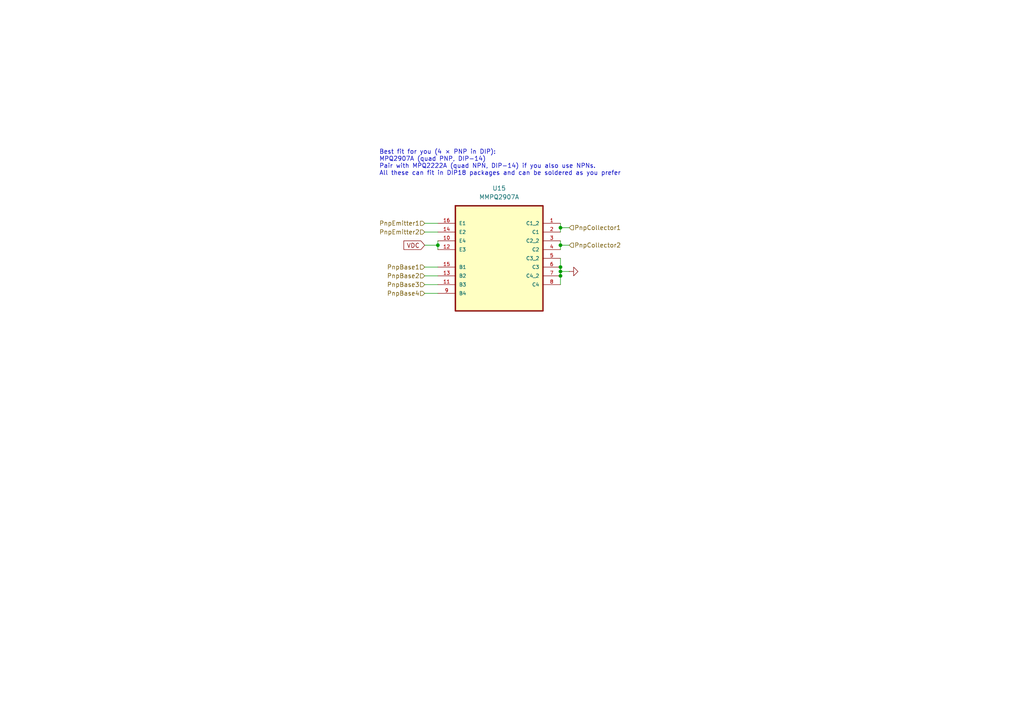
<source format=kicad_sch>
(kicad_sch (version 20250114) (generator "eeschema") (generator_version "9.0")
  (paper "A4")
  (lib_symbols
    (symbol "ktype:MMPQ2907A" (pin_names (offset 1.016))
      (property "Reference" "U16" (at 0 17.78 0))
      (property "Value" "MMPQ2907A" (at 0 15.24 0))
      (symbol "MMPQ2907A_0_0"
        (rectangle (start -12.7 -17.78) (end 12.7 12.7) (stroke (width 0.4064)) (fill (type background)))
        (pin passive line (at -17.78 7.62 0) (length 5.08) (name "E1") (number "16"))
        (pin passive line (at -17.78 5.08 0) (length 5.08) (name "E2") (number "14"))
        (pin passive line (at -17.78 2.54 0) (length 5.08) (name "E4") (number "10"))
        (pin passive line (at -17.78 0 0) (length 5.08) (name "E3") (number "12"))
        (pin passive line (at -17.78 -5.08 0) (length 5.08) (name "B1") (number "15"))
        (pin passive line (at -17.78 -7.62 0) (length 5.08) (name "B2") (number "13"))
        (pin passive line (at -17.78 -10.16 0) (length 5.08) (name "B3") (number "11"))
        (pin passive line (at -17.78 -12.7 0) (length 5.08) (name "B4") (number "9"))
        (pin passive line (at 17.78 7.62 180) (length 5.08) (name "C1_2") (number "1"))
        (pin passive line (at 17.78 5.08 180) (length 5.08) (name "C1") (number "2"))
        (pin passive line (at 17.78 2.54 180) (length 5.08) (name "C2_2") (number "3"))
        (pin passive line (at 17.78 0 180) (length 5.08) (name "C2") (number "4"))
        (pin passive line (at 17.78 -2.54 180) (length 5.08) (name "C3_2") (number "5"))
        (pin passive line (at 17.78 -5.08 180) (length 5.08) (name "C3") (number "6"))
        (pin passive line (at 17.78 -7.62 180) (length 5.08) (name "C4_2") (number "7"))
        (pin passive line (at 17.78 -10.16 180) (length 5.08) (name "C4") (number "8"))
      )
    )
    (symbol "power:GND" (power) (pin_numbers (hide yes)) (pin_names (offset 0) (hide yes))
      (property "Value" "GND" (at 0 -3.81 0))
      (symbol "GND_0_1"
        (polyline (pts (xy 0 0) (xy 0 -1.27) (xy 1.27 -1.27) (xy 0 -2.54) (xy -1.27 -1.27) (xy 0 -1.27)))
      )
      (symbol "GND_1_1"
        (pin power_in line (at 0 0 270) (length 0) (name "~") (number "1"))
      )
    )
  )
  (text "Best fit for you (4 × PNP in DIP):\nMPQ2907A (quad PNP, DIP-14)\nPair with MPQ2222A (quad NPN, DIP-14) if you also use NPNs.\nAll these can fit in DIP18 packages and can be soldered as you prefer\n" (at 109.982 47.244 0) (effects (font (size 1.27 1.27)) (justify left)))
  (junction (at 162.56 78.74))
  (junction (at 162.56 77.47))
  (junction (at 162.56 80.01))
  (junction (at 127 71.12))
  (junction (at 162.56 71.12))
  (junction (at 162.56 66.04))
  (wire (pts (xy 162.56 74.93) (xy 162.56 77.47)))
  (wire (pts (xy 162.56 78.74) (xy 162.56 80.01)))
  (wire (pts (xy 162.56 71.12) (xy 162.56 72.39)))
  (wire (pts (xy 123.19 82.55) (xy 127 82.55)))
  (wire (pts (xy 162.56 64.77) (xy 162.56 66.04)))
  (wire (pts (xy 162.56 71.12) (xy 165.1 71.12)))
  (wire (pts (xy 123.19 67.31) (xy 127 67.31)))
  (wire (pts (xy 162.56 77.47) (xy 162.56 78.74)))
  (wire (pts (xy 127 69.85) (xy 127 71.12)))
  (wire (pts (xy 162.56 66.04) (xy 162.56 67.31)))
  (wire (pts (xy 162.56 80.01) (xy 162.56 82.55)))
  (wire (pts (xy 162.56 66.04) (xy 165.1 66.04)))
  (wire (pts (xy 123.19 85.09) (xy 127 85.09)))
  (wire (pts (xy 123.19 64.77) (xy 127 64.77)))
  (wire (pts (xy 162.56 69.85) (xy 162.56 71.12)))
  (wire (pts (xy 123.19 71.12) (xy 127 71.12)))
  (wire (pts (xy 162.56 78.74) (xy 165.1 78.74)))
  (wire (pts (xy 123.19 77.47) (xy 127 77.47)))
  (wire (pts (xy 123.19 80.01) (xy 127 80.01)))
  (wire (pts (xy 127 71.12) (xy 127 72.39)))
  (global_label "VDC" (shape input) (at 123.19 71.12 180) (property "Intersheetrefs" "${INTERSHEET_REFS}" (effects (hide yes))))
  (hierarchical_label "PnpBase4" (shape input) (at 123.19 85.09 180))
  (hierarchical_label "PnpBase3" (shape input) (at 123.19 82.55 180))
  (hierarchical_label "PnpEmitter1" (shape input) (at 123.19 64.77 180))
  (hierarchical_label "PnpEmitter2" (shape input) (at 123.19 67.31 180))
  (hierarchical_label "PnpBase1" (shape input) (at 123.19 77.47 180))
  (hierarchical_label "PnpCollector1" (shape input) (at 165.1 66.04 0))
  (hierarchical_label "PnpCollector2" (shape input) (at 165.1 71.12 0))
  (hierarchical_label "PnpBase2" (shape input) (at 123.19 80.01 180))
  (symbol (lib_id "ktype:MMPQ2907A") (at 144.78 72.39 0) (unit 1)
    (property "Reference" "U15" (at 144.78 54.61 0))
    (property "Value" "MMPQ2907A" (at 144.78 57.15 0))
    (property "Footprint" "termocuplu:SOIC127P600X175-16N" (effects (hide yes)))
    (property "MF" "ON Semiconductor" (effects (hide yes)))
    (property "Description_1" "Bipolar (BJT) Transistor Array 4 NPN (Quad) 40V 500mA 300MHz 1W Surface Mount 16-SOIC" (effects (hide yes)))
    (property "PACKAGE" "SOIC-16" (effects (hide yes)))
    (property "MPN" "MMPQ2222A" (effects (hide yes)))
    (property "Price" "None" (effects (hide yes)))
    (property "Package" "SOIC-16 ON Semiconductor" (effects (hide yes)))
    (property "OC_FARNELL" "2101390" (effects (hide yes)))
    (property "SnapEDA_Link" "https://www.snapeda.com/parts/MMPQ2222A/Onsemi/view-part/?ref=snap" (effects (hide yes)))
    (property "MP" "MMPQ2222A" (effects (hide yes)))
    (property "SUPPLIER" "FAIRCHILD SEMICONDUCTOR" (effects (hide yes)))
    (property "OC_NEWARK" "10P1562" (effects (hide yes)))
    (property "Availability" "In Stock" (effects (hide yes)))
    (property "Check_prices" "https://www.snapeda.com/parts/MMPQ2222A/Onsemi/view-part/?ref=eda" (effects (hide yes)))
  )
  (symbol (lib_id "power:GND") (at 165.1 78.74 90) (mirror x) (unit 1)
    (property "Reference" "#PWR0105" (effects (hide yes)))
    (property "Value" "GND" (effects (hide yes)))
    (property "Description" "Power symbol creates a global label with name \"GND\" , ground" (effects (hide yes)))
  )
)
</source>
